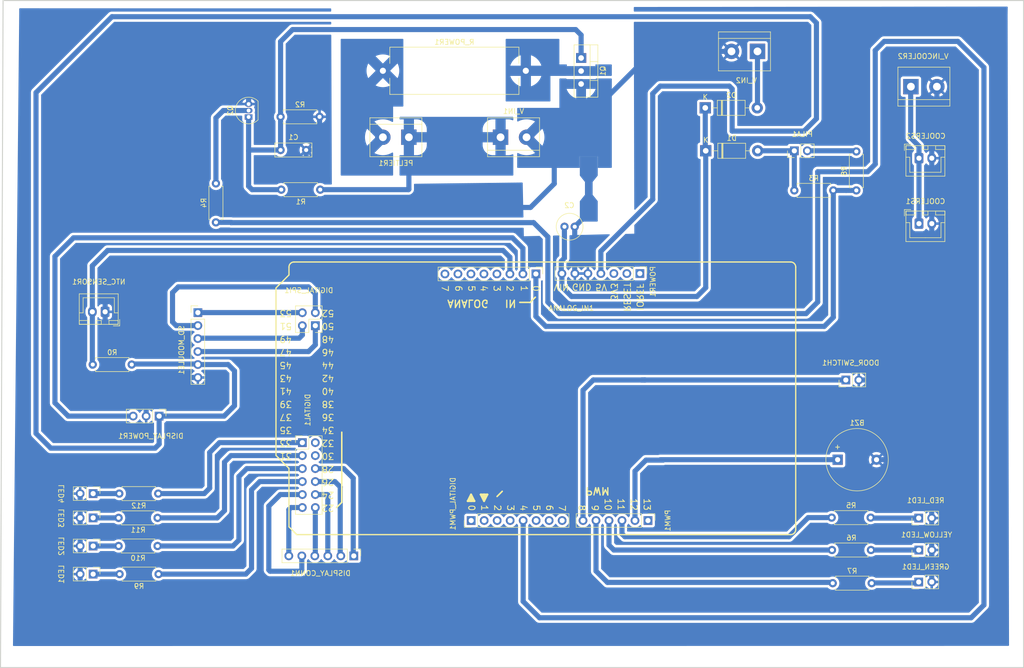
<source format=kicad_pcb>
(kicad_pcb (version 20241229) (generator "pcbnew") (generator_version "9.0")
  (layers (0 "F.Cu" signal) (2 "B.Cu" signal) (13 "F.Paste" user) (15 "B.Paste" user) (5 "F.SilkS" user "F.Silkscreen") (7 "B.SilkS" user "B.Silkscreen") (1 "F.Mask" user) (3 "B.Mask" user) (25 "Edge.Cuts" user))
  (net 0 "")
  (net 2 "GND")
  (net 3 "Net-(Q1-G)")
  (net 4 "+12V")
  (net 5 "/A0")
  (net 10 "Net-(GREEN_LED1-Pin_1)")
  (net 11 "Net-(PELTIER1-Pin_2)")
  (net 13 "Net-(Q1-D)")
  (net 14 "Net-(Q2-B)")
  (net 15 "+5V")
  (net 16 "Net-(RED_LED1-Pin_1)")
  (net 17 "Net-(YELLOW_LED1-Pin_1)")
  (net 19 "/22D")
  (net 20 "/23D")
  (net 23 "/50D")
  (net 24 "/51D")
  (net 25 "/53D")
  (net 26 "/52D")
  (net 29 "Net-(DOOR_SWITCH1-Pin_1)")
  (net 30 "/4_PWM")
  (net 31 "/9D")
  (net 32 "/13D")
  (net 33 "Vin")
  (net 40 "/12D")
  (net 41 "/10D")
  (net 42 "/11D")
  (net 43 "/+9V")
  (net 44 "Net-(DIGITAL1-Pin_10)")
  (net 45 "Net-(DIGITAL1-Pin_8)")
  (net 46 "/25D")
  (net 47 "/28D")
  (net 48 "GND1")
  (net 49 "/A2")
  (net 50 "/A1")
  (net 51 "Net-(LED1-Pin_1)")
  (net 52 "Net-(LED2-Pin_1)")
  (net 53 "Net-(LED3-Pin_1)")
  (net 54 "Net-(LED4-Pin_1)")
  (net 55 "/33D")
  (net 56 "/27D")
  (net 57 "/29D")
  (net 58 "/31D")
  (footprint "Connector_PinHeader_2.54mm:PinHeader_1x06_P2.54mm_Vertical" (layer "F.Cu") (at 99.06 133.65 -90)
    (property "Reference" "DISPLAY_CONN1")
    (property "Value" "Conn_01x06_Pin")
  )
  (footprint "Connector_PinHeader_2.54mm:PinHeader_2x02_P2.54mm_Vertical" (layer "F.Cu") (at 91.5404 88.6128 180)
    (property "Reference" "DIGITAL_SPI1")
    (property "Value" "Conn_02x02" (hide yes))
  )
  (footprint "Connector_PinHeader_2.54mm:PinHeader_1x02_P2.54mm_Vertical" (layer "F.Cu") (at 48.108 126.2128 -90)
    (property "Reference" "LED3")
    (property "Value" "Conn_01x02_Pin")
  )
  (footprint "Resistor_THT:R_Axial_DIN0207_L6.3mm_D2.5mm_P7.62mm_Horizontal" (layer "F.Cu") (at 192.54 132.5)
    (property "Reference" "R6")
    (property "Value" "150")
  )
  (footprint "Resistor_THT:R_Axial_DIN0207_L6.3mm_D2.5mm_P7.62mm_Horizontal" (layer "F.Cu") (at 185.179 62.15)
    (property "Reference" "R3")
    (property "Value" "1.8k")
  )
  (footprint "Resistor_THT:R_Axial_DIN0207_L6.3mm_D2.5mm_P7.62mm_Horizontal" (layer "F.Cu") (at 60.893 137.2128 180)
    (property "Reference" "R9")
    (property "Value" "270")
  )
  (footprint "Package_TO_SOT_THT:TO-220-3_Vertical" (layer "F.Cu") (at 143.5 36.25 -90)
    (property "Reference" "Q1")
    (property "Value" "IRLZ44N")
  )
  (footprint "Connector_JST:JST_XH_B2B-XH-A_1x02_P2.50mm_Vertical" (layer "F.Cu") (at 50.451 85.9 180)
    (property "Reference" "NTC_SENSOR1")
    (property "Value" "Conn_01x02_Pin")
  )
  (footprint "Buzzer_Beeper:Buzzer_12x9.5RM7.6" (layer "F.Cu") (at 193.6442 114.8334)
    (property "Reference" "BZ1")
    (property "Value" "Buzzer")
  )
  (footprint "Capacitor_THT:C_Radial_D5.0mm_H11.0mm_P2.00mm" (layer "F.Cu") (at 142.25 69.25 180)
    (property "Reference" "C2")
    (property "Value" "100uC")
  )
  (footprint "Connector_PinHeader_2.54mm:PinHeader_1x02_P2.54mm_Vertical" (layer "F.Cu") (at 48.108 131.7128 -90)
    (property "Reference" "LED2")
    (property "Value" "Conn_01x02_Pin")
  )
  (footprint "Connector_PinHeader_2.54mm:PinHeader_1x03_P2.54mm_Vertical" (layer "F.Cu") (at 61.0108 106.299 -90)
    (property "Reference" "DISPLAY_POWER1")
    (property "Value" "Conn_01x03_Pin")
  )
  (footprint "Diode_THT:D_DO-41_SOD81_P10.16mm_Horizontal" (layer "F.Cu") (at 167.859 54.4)
    (property "Reference" "D1")
    (property "Value" "1N4007")
  )
  (footprint "TerminalBlock:TerminalBlock_bornier-2_P5.08mm" (layer "F.Cu") (at 127.75 51.75)
    (property "Reference" "V_IN1")
    (property "Value" "Screw_Terminal_01x02")
  )
  (footprint "Diode_THT:D_DO-41_SOD81_P10.16mm_Horizontal" (layer "F.Cu") (at 167.769 46)
    (property "Reference" "D2")
    (property "Value" "1N4007")
  )
  (footprint "Connector_PinHeader_2.54mm:PinHeader_1x07_P2.54mm_Vertical" (layer "F.Cu") (at 154.9804 78.4128 -90)
    (property "Reference" "POWER1")
    (property "Value" "Conn_01x07_Pin" (hide yes))
  )
  (footprint "Connector_JST:JST_XH_B2B-XH-A_1x02_P2.50mm_Vertical" (layer "F.Cu") (at 209.549 68.65)
    (property "Reference" "COOLERS1")
    (property "Value" "Conn_01x02_Pin")
  )
  (footprint "TerminalBlock:TerminalBlock_bornier-2_P5.08mm" (layer "F.Cu") (at 109.83 51.75 180)
    (property "Reference" "PELTIER1")
    (property "Value" "Screw_Terminal_01x02")
  )
  (footprint "Resistor_THT:R_Axial_DIN0207_L6.3mm_D2.5mm_P7.62mm_Horizontal" (layer "F.Cu") (at 60.703 131.7128 180)
    (property "Reference" "R10")
    (property "Value" "270")
  )
  (footprint "Connector_PinHeader_2.54mm:PinHeader_1x02_P2.54mm_Vertical" (layer "F.Cu") (at 209.515 132.5 90)
    (property "Reference" "YELLOW_LED1")
    (property "Value" "Conn_01x02_Pin")
  )
  (footprint "TerminalBlock:TerminalBlock_bornier-2_P5.08mm" (layer "F.Cu") (at 177.9778 34.9504 180)
    (property "Reference" "V_IN2")
    (property "Value" "Screw_Terminal_01x02")
  )
  (footprint "Connector_PinHeader_2.54mm:PinHeader_1x02_P2.54mm_Vertical" (layer "F.Cu") (at 209.5 126.25 90)
    (property "Reference" "RED_LED1")
    (property "Value" "Conn_01x02_Pin")
  )
  (footprint "Connector_PinHeader_2.54mm:PinHeader_1x06_P2.54mm_Vertical" (layer "F.Cu") (at 156.571 126.73 -90)
    (property "Reference" "PWM1")
    (property "Value" "Conn_01x06_Pin")
  )
  (footprint "Resistor_THT:R_Axial_DIN0207_L6.3mm_D2.5mm_P7.62mm_Horizontal" (layer "F.Cu") (at 192.6844 138.9888)
    (property "Reference" "R7")
    (property "Value" "150")
  )
  (footprint "Connector_PinHeader_2.54mm:PinHeader_1x08_P2.54mm_Vertical" (layer "F.Cu") (at 122.011 126.73 90)
    (property "Reference" "DIGITAL_PWM1")
    (property "Value" "Conn_01x08_Pin" (hide yes))
  )
  (footprint "Connector_PinHeader_2.54mm:PinHeader_1x02_P2.54mm_Vertical" (layer "F.Cu") (at 48.108 121.4628 -90)
    (property "Reference" "LED4")
    (property "Value" "Conn_01x02_Pin")
  )
  (footprint "Connector_JST:JST_XH_B2B-XH-A_1x02_P2.50mm_Vertical" (layer "F.Cu") (at 209.549 55.85)
    (property "Reference" "COOLERS2")
    (property "Value" "Conn_01x02_Pin")
  )
  (footprint "Connector_PinHeader_2.54mm:PinHeader_1x02_P2.54mm_Vertical" (layer "F.Cu") (at 209.5 138.75 90)
    (property "Reference" "GREEN_LED1")
    (property "Value" "Conn_01x02_Pin")
  )
  (footprint "Resistor_THT:R_Axial_DIN0207_L6.3mm_D2.5mm_P7.62mm_Horizontal" (layer "F.Cu") (at 72.1106 68.4022 90)
    (property "Reference" "R4")
    (property "Value" "1k")
  )
  (footprint "Resistor_THT:R_Axial_Power_L25.0mm_W9.0mm_P27.94mm" (layer "F.Cu") (at 104.75 38.75)
    (property "Reference" "R_POWER1")
    (property "Value" "0.1 5W")
  )
  (footprint "TerminalBlock:TerminalBlock_bornier-2_P5.08mm" (layer "F.Cu") (at 207.969 41.85)
    (property "Reference" "V_INCOOLER2")
    (property "Value" "Screw_Terminal_01x02")
  )
  (footprint "Connector_PinHeader_2.54mm:PinHeader_1x02_P2.54mm_Vertical" (layer "F.Cu") (at 195.2448 99.2378 90)
    (property "Reference" "DOOR_SWITCH1")
    (property "Value" "Conn_01x02_Pin")
  )
  (footprint "Resistor_THT:R_Axial_DIN0207_L6.3mm_D2.5mm_P7.62mm_Horizontal" (layer "F.Cu") (at 60.833 121.4628 180)
    (property "Reference" "R12")
    (property "Value" "270")
  )
  (footprint "Connector_PinHeader_2.54mm:PinHeader_1x08_P2.54mm_Vertical" (layer "F.Cu") (at 134.661 78.494 -90)
    (property "Reference" "ANALOG_IN1")
    (property "Value" "Conn_01x08_Pin")
  )
  (footprint "Connector_PinHeader_2.54mm:PinHeader_1x02_P2.54mm_Vertical" (layer "F.Cu") (at 185.179 54.4 90)
    (property "Reference" "PILA1")
    (property "Value" "Conn_01x02_Pin")
  )
  (footprint "Resistor_THT:R_Axial_DIN0207_L6.3mm_D2.5mm_P7.62mm_Horizontal" (layer "F.Cu") (at 197.299 62.15 90)
    (property "Reference" "R8")
    (property "Value" "2.2K")
  )
  (footprint "Capacitor_THT:C_Rect_L7.0mm_W2.5mm_P5.00mm" (layer "F.Cu") (at 84.75 54.25)
    (property "Reference" "C1")
    (property "Value" "15nF")
  )
  (footprint "Resistor_THT:R_Axial_DIN0207_L6.3mm_D2.5mm_P7.62mm_Horizontal" (layer "F.Cu") (at 84.75 47.75)
    (property "Reference" "R2")
    (property "Value" "1k")
  )
  (footprint "Resistor_THT:R_Axial_DIN0207_L6.3mm_D2.5mm_P7.62mm_Horizontal" (layer "F.Cu") (at 192.4812 126.1618)
    (property "Reference" "R5")
    (property "Value" "1k")
  )
  (footprint "Package_TO_SOT_THT:TO-92_Inline" (layer "F.Cu") (at 78.5 47.79 90)
    (property "Reference" "Q2")
    (property "Value" "BC548")
  )
  (footprint "Connector_PinHeader_2.54mm:PinHeader_1x06_P2.54mm_Vertical" (layer "F.Cu") (at 68.58 86.0552)
    (property "Reference" "SD_MODULE1")
    (property "Value" "Conn_01x06_Pin")
  )
  (footprint "Connector_PinHeader_2.54mm:PinHeader_2x06_P2.54mm_Vertical" (layer "F.Cu") (at 89.0004 111.4928)
    (property "Reference" "DIGITAL1")
    (property "Value" "Conn_02x06")
  )
  (footprint "Resistor_THT:R_Axial_DIN0207_L6.3mm_D2.5mm_P7.62mm_Horizontal" (layer "F.Cu") (at 60.703 126.2128 180)
    (property "Reference" "R11")
    (property "Value" "270")
  )
  (footprint "Resistor_THT:R_Axial_DIN0207_L6.3mm_D2.5mm_P7.62mm_Horizontal" (layer "F.Cu") (at 48.0314 96.2152)
    (property "Reference" "R0")
    (property "Value" "10k")
  )
  (footprint "Connector_PinHeader_2.54mm:PinHeader_1x02_P2.54mm_Vertical" (layer "F.Cu") (at 48.108 137.2128 -90)
    (property "Reference" "LED1")
    (property "Value" "Conn_01x02_Pin")
  )
  (footprint "Resistor_THT:R_Axial_DIN0207_L6.3mm_D2.5mm_P7.62mm_Horizontal" (layer "F.Cu") (at 92.5 62 180)
    (property "Reference" "R1")
    (property "Value" "1200")
  )
  (gr_line (start 87.915 129.49) (end 86.391 127.966) (stroke (width 0.254)) (layer "F.SilkS"))
  (gr_line (start 96.7124 123.1708) (end 95.6964 124.1868) (stroke (width 0.3048)) (layer "F.SilkS"))
  (gr_line (start 124.5254 122.2818) (end 124.5254 121.6468) (stroke (width 0.4064)) (layer "F.SilkS"))
  (gr_line (start 184.451 129.49) (end 87.915 129.49) (stroke (width 0.254)) (layer "F.SilkS"))
  (gr_line (start 133.5424 84.0548) (end 134.5584 83.0388) (stroke (width 0.3048)) (layer "F.SilkS"))
  (gr_line (start 128.0814 121.0118) (end 127.0654 122.0278) (stroke (width 0.3048)) (layer "F.SilkS"))
  (gr_line (start 86.391 78.69) (end 86.391 77.15) (stroke (width 0.254)) (layer "F.SilkS"))
  (gr_line (start 86.391 116.536) (end 83.851 113.996) (stroke (width 0.254)) (layer "F.SilkS"))
  (gr_line (start 124.5254 121.6468) (end 123.8904 121.6468) (stroke (width 0.4064)) (layer "F.SilkS"))
  (gr_arc (start 185.451 128.49) (mid 185.158107 129.197107) (end 184.451 129.49) (stroke (width 0.254)) (layer "F.SilkS"))
  (gr_line (start 131.5104 84.0548) (end 133.5424 84.0548) (stroke (width 0.3048)) (layer "F.SilkS"))
  (gr_line (start 86.391 127.966) (end 86.391 116.536) (stroke (width 0.254)) (layer "F.SilkS"))
  (gr_line (start 124.5254 122.9168) (end 123.8904 121.6468) (stroke (width 0.4064)) (layer "F.SilkS"))
  (gr_line (start 122.6204 122.9168) (end 121.9854 122.2818) (stroke (width 0.4064)) (layer "F.SilkS"))
  (gr_line (start 121.9854 122.9168) (end 121.9854 122.2818) (stroke (width 0.4064)) (layer "F.SilkS"))
  (gr_line (start 122.6204 122.9168) (end 121.9854 122.9168) (stroke (width 0.4064)) (layer "F.SilkS"))
  (gr_line (start 83.851 81.23) (end 86.391 78.69) (stroke (width 0.254)) (layer "F.SilkS"))
  (gr_line (start 121.3504 122.9168) (end 121.9854 121.6468) (stroke (width 0.4064)) (layer "F.SilkS"))
  (gr_line (start 125.1604 121.6468) (end 124.5254 122.9168) (stroke (width 0.4064)) (layer "F.SilkS"))
  (gr_arc (start 184.451 76.15) (mid 185.158107 76.442893) (end 185.451 77.15) (stroke (width 0.254)) (layer "F.SilkS"))
  (gr_line (start 83.851 113.996) (end 83.851 81.23) (stroke (width 0.254)) (layer "F.SilkS"))
  (gr_line (start 121.9854 121.6468) (end 122.6204 122.9168) (stroke (width 0.4064)) (layer "F.SilkS"))
  (gr_line (start 185.451 77.15) (end 185.451 128.49) (stroke (width 0.254)) (layer "F.SilkS"))
  (gr_line (start 121.3504 122.9168) (end 121.9854 122.9168) (stroke (width 0.4064)) (layer "F.SilkS"))
  (gr_line (start 123.8904 121.6468) (end 124.5254 122.2818) (stroke (width 0.4064)) (layer "F.SilkS"))
  (gr_line (start 124.5254 121.6468) (end 125.1604 121.6468) (stroke (width 0.4064)) (layer "F.SilkS"))
  (gr_arc (start 86.391 77.15) (mid 86.683893 76.442893) (end 87.391 76.15) (stroke (width 0.254)) (layer "F.SilkS"))
  (gr_line (start 121.9854 122.2818) (end 121.3504 122.9168) (stroke (width 0.4064)) (layer "F.SilkS"))
  (gr_line (start 96.7124 109.4548) (end 96.7124 123.1708) (stroke (width 0.3048)) (layer "F.SilkS"))
  (gr_line (start 87.391 76.15) (end 184.451 76.15) (stroke (width 0.254)) (layer "F.SilkS"))
  (gr_line (start 125.1604 121.6468) (end 124.5254 122.2818) (stroke (width 0.4064)) (layer "F.SilkS"))
  (gr_line (start 230 25) (end 30.5 25) (stroke (width 0.2)) (layer "Edge.Cuts"))
  (gr_line (start 30.5 25.5) (end 30 155.5) (stroke (width 0.2)) (layer "Edge.Cuts"))
  (gr_line (start 30 155.5) (end 230 155.5) (stroke (width 0.2)) (layer "Edge.Cuts"))
  (gr_line (start 230 155.5) (end 230 25) (stroke (width 0.2)) (layer "Edge.Cuts"))
  (gr_line (start 30.5 25.5) (end 30.5 25) (stroke (width 0.2)) (layer "Edge.Cuts"))
  (gr_text "4" (at 123.7634 80.6258 270) (layer "F.SilkS") (effects (font (size 1.251712 1.251712) (thickness 0.170688)) (justify left bottom)))
  (gr_text "9" (at 145.4804 123.5518 270) (layer "F.SilkS") (effects (font (size 1.251712 1.251712) (thickness 0.170688)) (justify left bottom)))
  (gr_text "3" (at 128.9704 123.5518 270) (layer "F.SilkS") (effects (font (size 1.251712 1.251712) (thickness 0.170688)) (justify left bottom)))
  (gr_text "2" (at 128.8434 80.6258 270) (layer "F.SilkS") (effects (font (size 1.251712 1.251712) (thickness 0.170688)) (justify left bottom)))
  (gr_text "12" (at 153.1004 122.2818 270) (layer "F.SilkS") (effects (font (size 1.251712 1.251712) (thickness 0.170688)) (justify left bottom)))
  (gr_text "44" (at 95.3154 95.6118 180) (layer "F.SilkS") (effects (font (size 1.251712 1.251712) (thickness 0.170688)) (justify left bottom)))
  (gr_text "40" (at 95.3154 100.6918 180) (layer "F.SilkS") (effects (font (size 1.251712 1.251712) (thickness 0.170688)) (justify left bottom)))
  (gr_text "24" (at 95.3154 121.0118 180) (layer "F.SilkS") (effects (font (size 1.251712 1.251712) (thickness 0.170688)) (justify left bottom)))
  (gr_text "42" (at 95.3154 98.1518 180) (layer "F.SilkS") (effects (font (size 1.251712 1.251712) (thickness 0.170688)) (justify left bottom)))
  (gr_text "5" (at 134.0504 123.5518 270) (layer "F.SilkS") (effects (font (size 1.251712 1.251712) (thickness 0.170688)) (justify left bottom)))
  (gr_text "3V3" (at 149.1996 83.82 270) (layer "F.SilkS") (effects (font (size 1.251712 1.251712) (thickness 0.170688)) (justify left bottom mirror)))
  (gr_text "45" (at 87.0604 95.6118 180) (layer "F.SilkS") (effects (font (size 1.251712 1.251712) (thickness 0.170688)) (justify left bottom)))
  (gr_text "7" (at 139.0404 123.6128 270) (layer "F.SilkS") (effects (font (size 1.251712 1.251712) (thickness 0.170688)) (justify left bottom)))
  (gr_text "IOREF" (at 154.2542 85.7758 270) (layer "F.SilkS") (effects (font (size 1.251712 1.251712) (thickness 0.170688)) (justify left bottom mirror)))
  (gr_text "VIN" (at 138.0236 80.3656 180) (layer "F.SilkS") (effects (font (size 1.251712 1.251712) (thickness 0.170688)) (justify left bottom mirror)))
  (gr_text "31" (at 87.0604 113.3918 180) (layer "F.SilkS") (effects (font (size 1.251712 1.251712) (thickness 0.170688)) (justify left bottom)))
  (gr_text "GND" (at 141.605 80.2894 180) (layer "F.SilkS") (effects (font (size 1.251712 1.251712) (thickness 0.170688)) (justify left bottom mirror)))
  (gr_text "1" (at 131.6374 80.6258 270) (layer "F.SilkS") (effects (font (size 1.251712 1.251712) (thickness 0.170688)) (justify left bottom)))
  (gr_text "11" (at 150.5604 122.2818 270) (layer "F.SilkS") (effects (font (size 1.251712 1.251712) (thickness 0.170688)) (justify left bottom)))
  (gr_text "ANALOG   IN" (at 117.1956 83.439 180) (layer "F.SilkS") (effects (font (size 1.42494 1.42494) (thickness 0.25146)) (justify left bottom mirror)))
  (gr_text "53" (at 87.0604 85.4518 180) (layer "F.SilkS") (effects (font (size 1.251712 1.251712) (thickness 0.170688)) (justify left bottom)))
  (gr_text "41" (at 87.0604 100.6918 180) (layer "F.SilkS") (effects (font (size 1.251712 1.251712) (thickness 0.170688)) (justify left bottom)))
  (gr_text "50" (at 95.3154 87.9918 180) (layer "F.SilkS") (effects (font (size 1.251712 1.251712) (thickness 0.170688)) (justify left bottom)))
  (gr_text "32" (at 95.3154 110.8518 180) (layer "F.SilkS") (effects (font (size 1.251712 1.251712) (thickness 0.170688)) (justify left bottom)))
  (gr_text "47" (at 87.0604 93.0718 180) (layer "F.SilkS") (effects (font (size 1.251712 1.251712) (thickness 0.170688)) (justify left bottom)))
  (gr_text "5" (at 121.3504 80.6258 270) (layer "F.SilkS") (effects (font (size 1.251712 1.251712) (thickness 0.170688)) (justify left bottom)))
  (gr_text "37" (at 87.0604 105.7718 180) (layer "F.SilkS") (effects (font (size 1.251712 1.251712) (thickness 0.170688)) (justify left bottom)))
  (gr_text "30" (at 95.3154 113.3918 180) (layer "F.SilkS") (effects (font (size 1.251712 1.251712) (thickness 0.170688)) (justify left bottom)))
  (gr_text "6" (at 136.5904 123.5518 270) (layer "F.SilkS") (effects (font (size 1.251712 1.251712) (thickness 0.170688)) (justify left bottom)))
  (gr_text "34" (at 95.3154 108.3118 180) (layer "F.SilkS") (effects (font (size 1.251712 1.251712) (thickness 0.170688)) (justify left bottom)))
  (gr_text "13" (at 155.6404 122.2818 270) (layer "F.SilkS") (effects (font (size 1.251712 1.251712) (thickness 0.170688)) (justify left bottom)))
  (gr_text "5V" (at 146.177 80.3402 180) (layer "F.SilkS") (effects (font (size 1.251712 1.251712) (thickness 0.170688)) (justify left bottom mirror)))
  (gr_text "46" (at 95.3154 93.0718 180) (layer "F.SilkS") (effects (font (size 1.251712 1.251712) (thickness 0.170688)) (justify left bottom)))
  (gr_text "51" (at 87.0604 87.9918 180) (layer "F.SilkS") (effects (font (size 1.251712 1.251712) (thickness 0.170688)) (justify left bottom)))
  (gr_text "0" (at 121.3504 123.5518 270) (layer "F.SilkS") (effects (font (size 1.251712 1.251712) (thickness 0.170688)) (justify left bottom)))
  (gr_text "3" (at 126.3034 80.6258 270) (layer "F.SilkS") (effects (font (size 1.251712 1.251712) (thickness 0.170688)) (justify left bottom)))
  (gr_text "7" (at 116.1434 80.6258 270) (layer "F.SilkS") (effects (font (size 1.251712 1.251712) (thickness 0.170688)) (justify left bottom)))
  (gr_text "1" (at 123.8904 123.5518 270) (layer "F.SilkS") (effects (font (size 1.251712 1.251712) (thickness 0.170688)) (justify left bottom)))
  (gr_text "22" (at 95.3154 123.5518 180) (layer "F.SilkS") (effects (font (size 1.251712 1.251712) (thickness 0.170688)) (justify left bottom)))
  (gr_text "38" (at 95.3154 103.2318 180) (layer "F.SilkS") (effects (font (size 1.251712 1.251712) (thickness 0.170688)) (justify left bottom)))
  (gr_text "43" (at 87.0604 98.1518 180) (layer "F.SilkS") (effects (font (size 1.251712 1.251712) (thickness 0.170688)) (justify left bottom)))
  (gr_text "4" (at 131.5104 123.5518 270) (layer "F.SilkS") (effects (font (size 1.251712 1.251712) (thickness 0.170688)) (justify left bottom)))
  (gr_text "RESET" (at 151.7332 85.979 270) (layer "F.SilkS") (effects (font (size 1.251712 1.251712) (thickness 0.170688)) (justify left bottom mirror)))
  (gr_text "49" (at 87.0604 90.5318 180) (layer "F.SilkS") (effects (font (size 1.251712 1.251712) (thickness 0.170688)) (justify left bottom)))
  (gr_text "52" (at 95.3154 85.4518 180) (layer "F.SilkS") (effects (font (size 1.251712 1.251712) (thickness 0.170688)) (justify left bottom)))
  (gr_text "35" (at 87.0604 108.3118 180) (layer "F.SilkS") (effects (font (size 1.251712 1.251712) (thickness 0.170688)) (justify left bottom)))
  (gr_text "6" (at 118.8104 80.6258 270) (layer "F.SilkS") (effects (font (size 1.251712 1.251712) (thickness 0.170688)) (justify left bottom)))
  (gr_text "8" (at 142.9404 123.5518 270) (layer "F.SilkS") (effects (font (size 1.251712 1.251712) (thickness 0.170688)) (justify left bottom)))
  (gr_text "36" (at 95.3154 105.7718 180) (layer "F.SilkS") (effects (font (size 1.251712 1.251712) (thickness 0.170688)) (justify left bottom)))
  (gr_text "39" (at 87.0604 103.2318 180) (layer "F.SilkS") (effects (font (size 1.251712 1.251712) (thickness 0.170688)) (justify left bottom)))
  (gr_text "PWM" (at 144.2104 120.1228 180) (layer "F.SilkS") (effects (font (size 1.42494 1.42494) (thickness 0.25146)) (justify left bottom mirror)))
  (gr_text "0" (at 133.9234 80.6258 270) (layer "F.SilkS") (effects (font (size 1.251712 1.251712) (thickness 0.170688)) (justify left bottom)))
  (gr_text "28" (at 95.3154 115.9318 180) (layer "F.SilkS") (effects (font (size 1.251712 1.251712) (thickness 0.170688)) (justify left bottom)))
  (gr_text "33" (at 87.0604 110.8518 180) (layer "F.SilkS") (effects (font (size 1.251712 1.251712) (thickness 0.170688)) (justify left bottom)))
  (gr_text "10" (at 148.0204 122.2818 270) (layer "F.SilkS") (effects (font (size 1.251712 1.251712) (thickness 0.170688)) (justify left bottom)))
  (gr_text "26" (at 95.3154 118.4718 180) (layer "F.SilkS") (effects (font (size 1.251712 1.251712) (thickness 0.170688)) (justify left bottom)))
  (gr_text "2" (at 126.4304 123.5518 270) (layer "F.SilkS") (effects (font (size 1.251712 1.251712) (thickness 0.170688)) (justify left bottom)))
  (gr_text "48" (at 95.3154 90.5318 180) (layer "F.SilkS") (effects (font (size 1.251712 1.251712) (thickness 0.170688)) (justify left bottom)))
  (segment (start 50.451 85.9) (end 50.451 98.3554) (width 1) (layer "B.Cu") (net 2))
  (segment (start 212.049 68.65) (end 212.049 99.0894) (width 1) (layer "B.Cu") (net 2))
  (segment (start 70.3072 41.2496) (end 77.608428 41.2496) (width 1) (layer "B.Cu") (net 2))
  (segment (start 142.25 69.25) (end 142.25 78.3824) (width 1) (layer "B.Cu") (net 2))
  (segment (start 45.568 137.2128) (end 45.568 140.2084) (width 1) (layer "B.Cu") (net 2))
  (segment (start 212.0392 126.2492) (end 212.04 126.25) (width 1) (layer "B.Cu") (net 2))
  (segment (start 212.055 132.5) (end 212.055 134.735) (width 1) (layer "B.Cu") (net 2))
  (segment (start 107.7694 92.25) (end 211.9884 92.25) (width 1) (layer "B.Cu") (net 2))
  (segment (start 133.6044 65.4812) (end 89.6366 65.4812) (width 1) (layer "B.Cu") (net 2))
  (segment (start 107.7468 138.811) (end 107.7468 80.4968) (width 1) (layer "B.Cu") (net 2))
  (segment (start 107.7468 92.2274) (end 107.7694 92.25) (width 1) (layer "B.Cu") (net 2))
  (segment (start 212.04 126.25) (end 212.04 134.75) (width 1) (layer "B.Cu") (net 2))
  (segment (start 157.5496 34.9504) (end 148 44.5) (width 1) (layer "B.Cu") (net 2))
  (segment (start 212.055 134.735) (end 212.04 134.75) (width 1) (layer "B.Cu") (net 2))
  (segment (start 211.9884 99.15) (end 212.0392 99.15) (width 1) (layer "B.Cu") (net 2))
  (segment (start 212.049 53.2794) (end 213.049 52.2794) (width 1) (layer "B.Cu") (net 2))
  (segment (start 212.0392 114.8842) (end 212.0392 126.2492) (width 1) (layer "B.Cu") (net 2))
  (segment (start 46.5074 141.1478) (end 105.41 141.1478) (width 1) (layer "B.Cu") (net 2))
  (segment (start 45.568 121.4628) (end 45.568 126.2128) (width 1) (layer "B.Cu") (net 2))
  (segment (start 105.41 141.1478) (end 107.7468 138.811) (width 1) (layer "B.Cu") (net 2))
  (segment (start 211.9006 99.2378) (end 211.9884 99.15) (width 1) (layer "B.Cu") (net 2))
  (segment (start 50.451 98.3554) (end 50.8508 98.7552) (width 1) (layer "B.Cu") (net 2))
  (segment (start 212.04 134.75) (end 212.04 138.75) (width 1) (layer "B.Cu") (net 2))
  (segment (start 45.568 140.2084) (end 46.5074 141.1478) (width 1) (layer "B.Cu") (net 2))
  (segment (start 77.608428 41.2496) (end 78.5 42.141172) (width 1) (layer "B.Cu") (net 2))
  (segment (start 89.6366 65.4812) (end 69.4436 65.4812) (width 1) (layer "B.Cu") (net 2))
  (segment (start 142.25 78.3824) (end 142.2804 78.4128) (width 1) (layer "B.Cu") (net 2))
  (segment (start 138.25 60.8356) (end 133.6044 65.4812) (width 1) (layer "B.Cu") (net 2))
  (segment (start 58.4454 98.7552) (end 58.42 98.7806) (width 1) (layer "B.Cu") (net 2))
  (segment (start 92.25 54.25) (end 89.75 54.25) (width 1) (layer "B.Cu") (net 2))
  (segment (start 52.6266 77.65) (end 106.9362 77.65) (width 1) (layer "B.Cu") (net 2))
  (segment (start 107.7468 80.4968) (end 107.7468 92.2274) (width 1) (layer "B.Cu") (net 2))
  (segment (start 106.9362 77.65) (end 107.7468 78.4606) (width 1) (layer "B.Cu") (net 2))
  (segment (start 172.1204 34.9504) (end 157.5496 34.9504) (width 1) (layer "B.Cu") (net 2))
  (segment (start 67.8434 63.881) (end 67.8434 43.7134) (width 1) (layer "B.Cu") (net 2))
  (segment (start 78.5 42.141172) (end 78.5 45.25) (width 1) (layer "B.Cu") (net 2))
  (segment (start 212.049 55.85) (end 212.049 53.2794) (width 1) (layer "B.Cu") (net 2))
  (segment (start 212.0392 99.15) (end 212.0392 114.8842) (width 1) (layer "B.Cu") (net 2))
  (segment (start 50.8508 98.7552) (end 68.58 98.7552) (width 1) (layer "B.Cu") (net 2))
  (segment (start 68.58 98.7552) (end 58.4454 98.7552) (width 1) (layer "B.Cu") (net 2))
  (segment (start 213.049 52.2794) (end 213.049 41.85) (width 1) (layer "B.Cu") (net 2))
  (segment (start 69.4436 65.4812) (end 67.8434 63.881) (width 1) (layer "B.Cu") (net 2))
  (segment (start 50.451 85.9) (end 50.451 79.8256) (width 1) (layer "B.Cu") (net 2))
  (segment (start 107.7468 78.4606) (end 107.7468 80.4968) (width 1) (layer "B.Cu") (net 2))
  (segment (start 211.9884 92.25) (end 211.9884 75.75) (width 1) (layer "B.Cu") (net 2))
  (segment (start 172.17 35) (end 172.1204 34.9504) (width 1) (layer "B.Cu") (net 2))
  (segment (start 58.4708 98.8314) (end 58.42 98.7806) (width 1) (layer "B.Cu") (net 2))
  (segment (start 213.049 41.66) (end 213.049 41.85) (width 1) (layer "B.Cu") (net 2))
  (segment (start 138.25 57) (end 138.25 60.8356) (width 1) (layer "B.Cu") (net 2))
  (segment (start 144.5 65.5) (end 144.5 65.75) (width 1) (layer "B.Cu") (net 2))
  (segment (start 45.568 137.2128) (end 45.568 131.7128) (width 1) (layer "B.Cu") (net 2))
  (segment (start 45.568 131.7128) (end 45.568 126.2128) (width 1) (layer "B.Cu") (net 2))
  (segment (start 212.049 68.65) (end 212.049 55.85) (width 1) (layer "B.Cu") (net 2))
  (segment (start 89.75 54.25) (end 89.75 65.3678) (width 1) (layer "B.Cu") (net 2))
  (segment (start 197.7848 99.2378) (end 211.9006 99.2378) (width 1) (layer "B.Cu") (net 2))
  (segment (start 201.2442 114.8334) (end 211.9884 114.8334) (width 1) (layer "B.Cu") (net 2))
  (segment (start 144.5 67) (end 144.5 65.5) (width 1) (layer "B.Cu") (net 2))
  (segment (start 212.049 99.0894) (end 211.9884 99.15) (width 1) (layer "B.Cu") (net 2))
  (segment (start 92.37 54.13) (end 92.25 54.25) (width 1) (layer "B.Cu") (net 2))
  (segment (start 142.25 69.25) (end 144.5 67) (width 1) (layer "B.Cu") (net 2))
  (segment (start 67.8434 43.7134) (end 70.3072 41.2496) (width 1) (layer "B.Cu") (net 2))
  (segment (start 58.4708 106.299) (end 58.4708 98.8314) (width 1) (layer "B.Cu") (net 2))
  (segment (start 211.9884 114.8334) (end 212.0392 114.8842) (width 1) (layer "B.Cu") (net 2))
  (segment (start 92.37 47.75) (end 92.37 54.13) (width 1) (layer "B.Cu") (net 2))
  (segment (start 50.451 79.8256) (end 52.6266 77.65) (width 1) (layer "B.Cu") (net 2))
  (segment (start 89.75 65.3678) (end 89.6366 65.4812) (width 1) (layer "B.Cu") (net 2))
  (segment (start 78.5 54.4068) (end 78.5 61.3296) (width 1) (layer "B.Cu") (net 3))
  (segment (start 143.5 36.25) (end 143.5 31.75) (width 1) (layer "B.Cu") (net 3))
  (segment (start 78.5 61.3296) (end 79.1704 62) (width 1) (layer "B.Cu") (net 3))
  (segment (start 142.4332 30.6832) (end 87.0966 30.6832) (width 1) (layer "B.Cu") (net 3))
  (segment (start 78.5 47.79) (end 78.5 54.4068) (width 1) (layer "B.Cu") (net 3))
  (segment (start 84.75 33.0298) (end 84.75 47.75) (width 1) (layer "B.Cu") (net 3))
  (segment (start 78.6568 54.25) (end 78.5 54.4068) (width 1) (layer "B.Cu") (net 3))
  (segment (start 84.75 47.75) (end 84.75 54.25) (width 1) (layer "B.Cu") (net 3))
  (segment (start 79.1704 62) (end 84.88 62) (width 1) (layer "B.Cu") (net 3))
  (segment (start 143.5 31.75) (end 142.4332 30.6832) (width 1) (layer "B.Cu") (net 3))
  (segment (start 87.0966 30.6832) (end 84.75 33.0298) (width 1) (layer "B.Cu") (net 3))
  (segment (start 84.75 54.25) (end 78.6568 54.25) (width 1) (layer "B.Cu") (net 3))
  (segment (start 109.75 62) (end 109.83 61.92) (width 1) (layer "B.Cu") (net 4))
  (segment (start 209.549 68.65) (end 209.549 55.85) (width 1) (layer "B.Cu") (net 4))
  (segment (start 209.549 53.4914) (end 207.9244 51.8668) (width 1) (layer "B.Cu") (net 4))
  (segment (start 109.83 61.92) (end 109.83 51.75) (width 1) (layer "B.Cu") (net 4))
  (segment (start 209.549 55.85) (end 209.549 53.4914) (width 1) (layer "B.Cu") (net 4))
  (segment (start 177.9778 34.9504) (end 177.9778 45.9512) (width 1) (layer "B.Cu") (net 4))
  (segment (start 207.9244 51.8668) (end 207.9244 41.8946) (width 1) (layer "B.Cu") (net 4))
  (segment (start 92.5 62) (end 109.75 62) (width 1) (layer "B.Cu") (net 4))
  (segment (start 177.9778 45.9512) (end 177.929 46) (width 1) (layer "B.Cu") (net 4))
  (segment (start 207.9244 41.8946) (end 207.969 41.85) (width 1) (layer "B.Cu") (net 4))
  (segment (start 134.661 86.8074) (end 136.6036 88.75) (width 1) (layer "B.Cu") (net 5))
  (segment (start 195.299 62.15) (end 197.299 62.15) (width 1) (layer "B.Cu") (net 5))
  (segment (start 192.799 86.982) (end 192.799 62.15) (width 1) (layer "B.Cu") (net 5))
  (segment (start 136.6036 88.75) (end 191.031 88.75) (width 1) (layer "B.Cu") (net 5))
  (segment (start 134.661 78.494) (end 134.661 86.8074) (width 1) (layer "B.Cu") (net 5))
  (segment (start 191.031 88.75) (end 192.799 86.982) (width 1) (layer "B.Cu") (net 5))
  (segment (start 192.799 62.15) (end 195.299 62.15) (width 1) (layer "B.Cu") (net 5))
  (segment (start 200.3044 138.9888) (end 200.3552 138.938) (width 1) (layer "B.Cu") (net 10))
  (segment (start 209.312 138.938) (end 209.5 138.75) (width 1) (layer "B.Cu") (net 10))
  (segment (start 200.3552 138.938) (end 209.312 138.938) (width 1) (layer "B.Cu") (net 10))
  (segment (start 72.1106 47.9678) (end 73.5584 46.52) (width 1) (layer "B.Cu") (net 14))
  (segment (start 78.5 46.52) (end 73.5584 46.52) (width 1) (layer "B.Cu") (net 14))
  (segment (start 72.1106 60.7822) (end 72.1106 47.9678) (width 1) (layer "B.Cu") (net 14))
  (segment (start 36.938794 109.684394) (end 36.938794 43.020406) (width 1) (layer "B.Cu") (net 15))
  (segment (start 68.4784 96.1136) (end 68.58 96.2152) (width 1) (layer "B.Cu") (net 15))
  (segment (start 75.5018 104.508) (end 73.7108 106.299) (width 1) (layer "B.Cu") (net 15))
  (segment (start 39.8272 112.5728) (end 36.938794 109.684394) (width 1) (layer "B.Cu") (net 15))
  (segment (start 56.0324 96.1136) (end 68.4784 96.1136) (width 1) (layer "B.Cu") (net 15))
  (segment (start 189.5 29.3784) (end 189.5 48.117) (width 1) (layer "B.Cu") (net 15))
  (segment (start 60.2234 112.5728) (end 39.8272 112.5728) (width 1) (layer "B.Cu") (net 15))
  (segment (start 189.5 48.117) (end 187.071 50.546) (width 1) (layer "B.Cu") (net 15))
  (segment (start 173.0248 50.546) (end 173.0248 42.291) (width 1) (layer "B.Cu") (net 15))
  (segment (start 147.3604 74.0514) (end 147.3604 78.4128) (width 1) (layer "B.Cu") (net 15))
  (segment (start 68.58 96.2152) (end 74.4982 96.2152) (width 1) (layer "B.Cu") (net 15))
  (segment (start 173.0248 42.291) (end 172.4838 41.75) (width 1) (layer "B.Cu") (net 15))
  (segment (start 75.7428 97.4598) (end 75.7428 104.267) (width 1) (layer "B.Cu") (net 15))
  (segment (start 51.7906 28.1686) (end 188.2902 28.1686) (width 1) (layer "B.Cu") (net 15))
  (segment (start 74.4982 96.2152) (end 75.7428 97.4598) (width 1) (layer "B.Cu") (net 15))
  (segment (start 73.7108 106.299) (end 61.0108 106.299) (width 1) (layer "B.Cu") (net 15))
  (segment (start 36.938794 43.020406) (end 51.7906 28.1686) (width 1) (layer "B.Cu") (net 15))
  (segment (start 157.5 43.2108) (end 157.5 63.9118) (width 1) (layer "B.Cu") (net 15))
  (segment (start 158.9608 41.75) (end 157.5 43.2108) (width 1) (layer "B.Cu") (net 15))
  (segment (start 157.5 63.9118) (end 147.3604 74.0514) (width 1) (layer "B.Cu") (net 15))
  (segment (start 55.626 96.52) (end 56.0324 96.1136) (width 1) (layer "B.Cu") (net 15))
  (segment (start 172.4838 41.75) (end 158.9608 41.75) (width 1) (layer "B.Cu") (net 15))
  (segment (start 61.0108 106.299) (end 61.0108 111.7854) (width 1) (layer "B.Cu") (net 15))
  (segment (start 187.071 50.546) (end 173.0248 50.546) (width 1) (layer "B.Cu") (net 15))
  (segment (start 75.7428 104.267) (end 75.1332 104.8766) (width 1) (layer "B.Cu") (net 15))
  (segment (start 188.2902 28.1686) (end 189.5 29.3784) (width 1) (layer "B.Cu") (net 15))
  (segment (start 61.0108 111.7854) (end 60.2234 112.5728) (width 1) (layer "B.Cu") (net 15))
  (segment (start 209.5 126.25) (end 200.1894 126.25) (width 1) (layer "B.Cu") (net 16))
  (segment (start 200.1894 126.25) (end 200.1012 126.1618) (width 1) (layer "B.Cu") (net 16))
  (segment (start 209.4118 126.1618) (end 209.5 126.25) (width 1) (layer "B.Cu") (net 16))
  (segment (start 200.16 132.5) (end 209.515 132.5) (width 1) (layer "B.Cu") (net 17))
  (segment (start 91.5404 124.1928) (end 91.5404 133.4406) (width 1) (layer "B.Cu") (net 19))
  (segment (start 91.5404 133.4406) (end 91.331 133.65) (width 1) (layer "B.Cu") (net 19))
  (segment (start 86.36 133.541) (end 86.251 133.65) (width 1) (layer "B.Cu") (net 20))
  (segment (start 89.0004 124.1928) (end 86.7796 124.1928) (width 1) (layer "B.Cu") (net 20))
  (segment (start 86.7796 124.1928) (end 86.36 124.6124) (width 1) (layer "B.Cu") (net 20))
  (segment (start 86.36 124.6124) (end 86.36 133.541) (width 1) (layer "B.Cu") (net 20))
  (segment (start 90.2208 93.6752) (end 91.5404 92.3556) (width 1) (layer "B.Cu") (net 23))
  (segment (start 68.58 93.6752) (end 90.2208 93.6752) (width 1) (layer "B.Cu") (net 23))
  (segment (start 91.5404 92.3556) (end 91.5404 88.6128) (width 1) (layer "B.Cu") (net 23))
  (segment (start 68.58 91.1352) (end 68.6562 91.059) (width 1) (layer "B.Cu") (net 24))
  (segment (start 88.392 91.059) (end 89.0004 90.4506) (width 1) (layer "B.Cu") (net 24))
  (segment (start 89.0004 90.4506) (end 89.0004 88.6128) (width 1) (layer "B.Cu") (net 24))
  (segment (start 68.6562 91.059) (end 88.392 91.059) (width 1) (layer "B.Cu") (net 24))
  (segment (start 88.9176 88.53) (end 89.0004 88.6128) (width 1) (layer "B.Cu") (net 24))
  (segment (start 68.6894 86.0552) (end 68.6718 86.0728) (width 1) (layer "B.Cu") (net 25))
  (segment (start 68.8008 86.276) (end 68.58 86.0552) (width 1) (layer "B.Cu") (net 25))
  (segment (start 88.9828 86.0552) (end 68.6894 86.0552) (width 1) (layer "B.Cu") (net 25))
  (segment (start 89.0004 86.0728) (end 88.9828 86.0552) (width 1) (layer "B.Cu") (net 25))
  (segment (start 63.627 87.884) (end 63.627 82.1436) (width 1) (layer "B.Cu") (net 26))
  (segment (start 90.1954 81.026) (end 91.5404 82.371) (width 1) (layer "B.Cu") (net 26))
  (segment (start 91.5404 82.371) (end 91.5404 86.0728) (width 1) (layer "B.Cu") (net 26))
  (segment (start 64.3382 88.5952) (end 63.627 87.884) (width 1) (layer "B.Cu") (net 26))
  (segment (start 63.627 82.1436) (end 64.7446 81.026) (width 1) (layer "B.Cu") (net 26))
  (segment (start 64.7446 81.026) (end 90.1954 81.026) (width 1) (layer "B.Cu") (net 26))
  (segment (start 68.58 88.5952) (end 64.3382 88.5952) (width 1) (layer "B.Cu") (net 26))
  (segment (start 143.871 101.239) (end 145.8722 99.2378) (width 1) (layer "B.Cu") (net 29))
  (segment (start 143.871 126.73) (end 143.871 101.239) (width 1) (layer "B.Cu") (net 29))
  (segment (start 155.9814 99.2378) (end 155.3464 99.2378) (width 1) (layer "B.Cu") (net 29))
  (segment (start 195.2448 99.2378) (end 155.9814 99.2378) (width 1) (layer "B.Cu") (net 29))
  (segment (start 145.8722 99.2378) (end 155.9814 99.2378) (width 1) (layer "B.Cu") (net 29))
  (segment (start 137 84) (end 139.25 86.25) (width 1) (layer "B.Cu") (net 30))
  (segment (start 187.4858 86.25) (end 189.75 83.9858) (width 1) (layer "B.Cu") (net 30))
  (segment (start 75.0522 68.4022) (end 75.103 68.453) (width 1) (layer "B.Cu") (net 30))
  (segment (start 189.75 83.9858) (end 189.75 58.5) (width 1) (layer "B.Cu") (net 30))
  (segment (start 139.25 86.25) (end 187.4858 86.25) (width 1) (layer "B.Cu") (net 30))
  (segment (start 199.5132 58.5) (end 201 57.0132) (width 1) (layer "B.Cu") (net 30))
  (segment (start 217.15 33) (end 222.25 38.1) (width 1) (layer "B.Cu") (net 30))
  (segment (start 75.103 68.453) (end 134.2136 68.453) (width 1) (layer "B.Cu") (net 30))
  (segment (start 132.171 142.5596) (end 132.171 126.73) (width 1) (layer "B.Cu") (net 30))
  (segment (start 201 57.0132) (end 201 34.75) (width 1) (layer "B.Cu") (net 30))
  (segment (start 135.3614 145.75) (end 132.171 142.5596) (width 1) (layer "B.Cu") (net 30))
  (segment (start 219.75 145.75) (end 135.3614 145.75) (width 1) (layer "B.Cu") (net 30))
  (segment (start 72.1106 68.4022) (end 75.0522 68.4022) (width 1) (layer "B.Cu") (net 30))
  (segment (start 222.25 143.25) (end 219.75 145.75) (width 1) (layer "B.Cu") (net 30))
  (segment (start 134.2136 68.453) (end 137 71.2394) (width 1) (layer "B.Cu") (net 30))
  (segment (start 137 71.2394) (end 137 84) (width 1) (layer "B.Cu") (net 30))
  (segment (start 201 34.75) (end 202.75 33) (width 1) (layer "B.Cu") (net 30))
  (segment (start 202.75 33) (end 217.15 33) (width 1) (layer "B.Cu") (net 30))
  (segment (start 189.75 58.5) (end 199.5132 58.5) (width 1) (layer "B.Cu") (net 30))
  (segment (start 222.25 38.1) (end 222.25 143.25) (width 1) (layer "B.Cu") (net 30))
  (segment (start 148.6408 138.8364) (end 192.54 138.8364) (width 1) (layer "B.Cu") (net 31))
  (segment (start 146.411 126.73) (end 146.411 136.6066) (width 1) (layer "B.Cu") (net 31))
  (segment (start 146.411 136.6066) (end 148.6408 138.8364) (width 1) (layer "B.Cu") (net 31))
  (segment (start 166.147 82.9) (end 141.6248 82.9) (width 1) (layer "B.Cu") (net 33))
  (segment (start 139.6238 75.9968) (end 139.6238 78.2962) (width 1) (layer "B.Cu") (net 33))
  (segment (start 139.6238 78.2962) (end 139.7404 78.4128) (width 1) (layer "B.Cu") (net 33))
  (segment (start 139.7404 81.0156) (end 139.7404 78.4128) (width 1) (layer "B.Cu") (net 33))
  (segment (start 141.6248 82.9) (end 139.7404 81.0156) (width 1) (layer "B.Cu") (net 33))
  (segment (start 140.25 69.25) (end 140.2334 69.2666) (width 1) (layer "B.Cu") (net 33))
  (segment (start 167.859 54.4) (end 167.859 81.188) (width 1) (layer "B.Cu") (net 33))
  (segment (start 140.2334 69.2666) (end 140.2334 75.3872) (width 1) (layer "B.Cu") (net 33))
  (segment (start 167.769 54.31) (end 167.859 54.4) (width 1) (layer "B.Cu") (net 33))
  (segment (start 167.859 81.188) (end 166.147 82.9) (width 1) (layer "B.Cu") (net 33))
  (segment (start 167.769 46) (end 167.769 54.31) (width 1) (layer "B.Cu") (net 33))
  (segment (start 140.2334 75.3872) (end 139.6238 75.9968) (width 1) (layer "B.Cu") (net 33))
  (segment (start 159.512 114.9096) (end 159.5882 114.8334) (width 1) (layer "B.Cu") (net 40))
  (segment (start 154.031 117.0632) (end 156.1846 114.9096) (width 1) (layer "B.Cu") (net 40))
  (segment (start 159.004 114.8334) (end 159.5882 114.8334) (width 1) (layer "B.Cu") (net 40))
  (segment (start 154.031 126.73) (end 154.031 117.0632) (width 1) (layer "B.Cu") (net 40))
  (segment (start 159.5882 114.8334) (end 193.6442 114.8334) (width 1) (layer "B.Cu") (net 40))
  (segment (start 156.1846 114.9096) (end 159.512 114.9096) (width 1) (layer "B.Cu") (net 40))
  (segment (start 149.9035 132.5) (end 148.951 131.5475) (width 1) (layer "B.Cu") (net 41))
  (segment (start 149.9035 132.5) (end 192.54 132.5) (width 1) (layer "B.Cu") (net 41))
  (segment (start 148.951 126.73) (end 148.951 131.5475) (width 1) (layer "B.Cu") (net 41))
  (segment (start 151.491 129.342) (end 152.049 129.9) (width 1) (layer "B.Cu") (net 42))
  (segment (start 187.8838 126.1618) (end 192.4812 126.1618) (width 1) (layer "B.Cu") (net 42))
  (segment (start 151.491 126.73) (end 151.491 129.342) (width 1) (layer "B.Cu") (net 42))
  (segment (start 152.049 129.9) (end 184.1456 129.9) (width 1) (layer "B.Cu") (net 42))
  (segment (start 184.1456 129.9) (end 187.8838 126.1618) (width 1) (layer "B.Cu") (net 42))
  (segment (start 185.179 62.15) (end 185.179 54.4) (width 1) (layer "B.Cu") (net 43))
  (segment (start 178.019 54.4) (end 185.179 54.4) (width 1) (layer "B.Cu") (net 43))
  (segment (start 91.5404 121.6528) (end 91.5404 121.9194) (width 1) (layer "F.Cu") (net 44))
  (segment (start 93.98 121.73) (end 93.98 133.541) (width 1) (layer "B.Cu") (net 44))
  (segment (start 91.5404 121.6528) (end 93.9028 121.6528) (width 1) (layer "B.Cu") (net 44))
  (segment (start 93.98 133.541) (end 93.871 133.65) (width 1) (layer "B.Cu") (net 44))
  (segment (start 93.9028 121.6528) (end 93.98 121.73) (width 1) (layer "B.Cu") (net 44))
  (segment (start 95.3628 119.1128) (end 96.411 120.161) (width 1) (layer "B.Cu") (net 45))
  (segment (start 96.411 120.161) (end 96.411 133.65) (width 1) (layer "B.Cu") (net 45))
  (segment (start 91.5404 119.1128) (end 95.3628 119.1128) (width 1) (layer "B.Cu") (net 45))
  (segment (start 88.791 133.65) (end 88.9 133.759) (width 1) (layer "B.Cu") (net 46))
  (segment (start 82.451 136.4) (end 82.451 123.8986) (width 1) (layer "B.Cu") (net 46))
  (segment (start 82.451 123.8986) (end 84.6968 121.6528) (width 1) (layer "B.Cu") (net 46))
  (segment (start 88.9 136.451) (end 88.701 136.65) (width 1) (layer "B.Cu") (net 46))
  (segment (start 82.701 136.65) (end 82.451 136.4) (width 1) (layer "B.Cu") (net 46))
  (segment (start 88.701 136.65) (end 82.701 136.65) (width 1) (layer "B.Cu") (net 46))
  (segment (start 84.6968 121.6528) (end 89.0004 121.6528) (width 1) (layer "B.Cu") (net 46))
  (segment (start 88.9 133.759) (end 88.9 136.451) (width 1) (layer "B.Cu") (net 46))
  (segment (start 97.0728 116.5728) (end 91.5404 116.5728) (width 1) (layer "B.Cu") (net 47))
  (segment (start 98.951 118.451) (end 97.0728 116.5728) (width 1) (layer "B.Cu") (net 47))
  (segment (start 98.951 133.65) (end 98.951 118.451) (width 1) (layer "B.Cu") (net 47))
  (segment (start 197.169 54.4) (end 197.299 54.53) (width 1) (layer "B.Cu") (net 48))
  (segment (start 187.719 54.4) (end 197.169 54.4) (width 1) (layer "B.Cu") (net 48))
  (segment (start 129.581 78.494) (end 129.581 75.225) (width 1) (layer "B.Cu") (net 49))
  (segment (start 50.9524 73.8886) (end 47.951 76.89) (width 1) (layer "B.Cu") (net 49))
  (segment (start 128.2446 73.8886) (end 50.9524 73.8886) (width 1) (layer "B.Cu") (net 49))
  (segment (start 47.951 96.448) (end 47.879 96.52) (width 1) (layer "B.Cu") (net 49))
  (segment (start 47.951 76.89) (end 47.951 85.9) (width 1) (layer "B.Cu") (net 49))
  (segment (start 129.581 75.225) (end 128.2446 73.8886) (width 1) (layer "B.Cu") (net 49))
  (segment (start 47.951 85) (end 47.951 96.448) (width 1) (layer "B.Cu") (net 49))
  (segment (start 43.2308 106.299) (end 55.9308 106.299) (width 1) (layer "B.Cu") (net 50))
  (segment (start 40.64 75.059) (end 40.64 103.7082) (width 1) (layer "B.Cu") (net 50))
  (segment (start 132.121 78.494) (end 132.121 73.4724) (width 1) (layer "B.Cu") (net 50))
  (segment (start 44.2742 71.4248) (end 40.64 75.059) (width 1) (layer "B.Cu") (net 50))
  (segment (start 130.0734 71.4248) (end 44.2742 71.4248) (width 1) (layer "B.Cu") (net 50))
  (segment (start 132.121 73.4724) (end 130.0734 71.4248) (width 1) (layer "B.Cu") (net 50))
  (segment (start 40.64 103.7082) (end 43.2308 106.299) (width 1) (layer "B.Cu") (net 50))
  (segment (start 48.108 137.2128) (end 53.273 137.2128) (width 1) (layer "B.Cu") (net 51))
  (segment (start 48.108 131.7128) (end 53.083 131.7128) (width 1) (layer "B.Cu") (net 52))
  (segment (start 48.108 126.2128) (end 53.083 126.2128) (width 1) (layer "B.Cu") (net 53))
  (segment (start 52.833 126.2128) (end 53.083 126.4628) (width 1) (layer "B.Cu") (net 53))
  (segment (start 48.108 121.4628) (end 53.213 121.4628) (width 1) (layer "B.Cu") (net 54))
  (segment (start 60.833 121.4628) (end 69.8246 121.4628) (width 1) (layer "B.Cu") (net 55))
  (segment (start 69.8246 121.4628) (end 70.8914 120.396) (width 1) (layer "B.Cu") (net 55))
  (segment (start 70.8914 113.411) (end 72.8096 111.4928) (width 1) (layer "B.Cu") (net 55))
  (segment (start 70.8914 120.396) (end 70.8914 113.411) (width 1) (layer "B.Cu") (net 55))
  (segment (start 72.8096 111.4928) (end 89.0004 111.4928) (width 1) (layer "B.Cu") (net 55))
  (segment (start 77.9506 137.2128) (end 79.0702 136.0932) (width 1) (layer "B.Cu") (net 56))
  (segment (start 80.6836 119.1128) (end 89.0004 119.1128) (width 1) (layer "B.Cu") (net 56))
  (segment (start 79.0702 136.0932) (end 79.0702 120.7262) (width 1) (layer "B.Cu") (net 56))
  (segment (start 60.893 137.2128) (end 77.9506 137.2128) (width 1) (layer "B.Cu") (net 56))
  (segment (start 79.0702 120.7262) (end 80.6836 119.1128) (width 1) (layer "B.Cu") (net 56))
  (segment (start 75.4496 131.7128) (end 60.703 131.7128) (width 1) (layer "B.Cu") (net 57))
  (segment (start 78.1436 116.5728) (end 76.6064 118.11) (width 1) (layer "B.Cu") (net 57))
  (segment (start 89.0004 116.5728) (end 78.1436 116.5728) (width 1) (layer "B.Cu") (net 57))
  (segment (start 76.6064 130.556) (end 75.4496 131.7128) (width 1) (layer "B.Cu") (net 57))
  (segment (start 76.6064 118.11) (end 76.6064 130.556) (width 1) (layer "B.Cu") (net 57))
  (segment (start 89.0004 114.0328) (end 75.0448 114.0328) (width 1) (layer "B.Cu") (net 58))
  (segment (start 73.787 115.2906) (end 73.787 124.7902) (width 1) (layer "B.Cu") (net 58))
  (segment (start 73.787 124.7902) (end 72.3644 126.2128) (width 1) (layer "B.Cu") (net 58))
  (segment (start 72.3644 126.2128) (end 60.703 126.2128) (width 1) (layer "B.Cu") (net 58))
  (segment (start 75.0448 114.0328) (end 73.787 115.2906) (width 1) (layer "B.Cu") (net 58))
  (zone (net 2) (net_name "GND") (layer "B.Cu") (priority 2) (connect_pads (clearance 0.5)) (min_thickness 0.25) (fill yes (thermal_gap 2) (thermal_bridge_width 2) (island_removal_mode 1) (island_area_min 10))
    (polygon (pts (xy 149.5 40.25) (xy 149.5 57.75) (xy 131 57.75) (xy 131 46) (xy 139.25 46) (xy 139.25 40.25)))
  )
  (zone (net 13) (net_name "Net-(Q1-D)") (layer "B.Cu") (priority 3) (connect_pads (clearance 0.5)) (min_thickness 0.25) (fill yes (thermal_gap 2) (thermal_bridge_width 2) (island_removal_mode 1) (island_area_min 10))
    (polygon (pts (xy 149.5 37.5) (xy 139.25 37.5) (xy 139.25 32.5) (xy 128.75 32.5) (xy 128.75 44.75) (xy 137.5 44.75) (xy 137.5 39.75) (xy 149.5 39.75)))
  )
  (zone (net 4) (net_name "+12V") (layer "B.Cu") (connect_pads (clearance 0.5)) (min_thickness 0.25) (fill yes (thermal_gap 2) (thermal_bridge_width 2) (island_removal_mode 1) (island_area_min 10))
    (polygon (pts (xy 130.25 47.75) (xy 108 47.75) (xy 108 59.25) (xy 130.25 59.25)))
  )
  (zone (net 2) (net_name "GND") (layer "B.Cu") (priority 4) (connect_pads (clearance 0.5)) (min_thickness 0.25) (fill yes (thermal_gap 2) (thermal_bridge_width 2) (island_removal_mode 1) (island_area_min 10))
    (polygon (pts (xy 143.25 64.25) (xy 143.25 68.25) (xy 146.75 68.25) (xy 146.75 64.25) (xy 145.75 63) (xy 145.75 60.5) (xy 146.75 59.25) (xy 146.75 55.5) (xy 143.25 55.5) (xy 143.25 59.25) (xy 144.25 60.5) (xy 144.25 63)))
  )
  (zone (net 11) (net_name "Net-(PELTIER1-Pin_2)") (layer "B.Cu") (priority 1) (connect_pads (clearance 0.5)) (min_thickness 0.25) (fill yes (thermal_gap 2) (thermal_bridge_width 2) (island_removal_mode 1) (island_area_min 10))
    (polygon (pts (xy 96.5 59.25) (xy 96.5 32.5) (xy 108.75 32.5) (xy 108.75 45.75) (xy 106.75 45.75) (xy 106.75 59.25)))
  )
  (zone (net 2) (net_name "GND") (layer "B.Cu") (priority 5) (connect_pads (clearance 0.5)) (min_thickness 0.25) (fill yes (thermal_gap 0.5) (thermal_bridge_width 0.5))
    (polygon (pts (xy 33.655 27.6098) (xy 32.4358 151.2824) (xy 227.1522 151.257) (xy 226.8728 27.7368) (xy 226.8982 26.1874) (xy 153.797 26.2636) (xy 153.8986 70.612) (xy 132.3086 71.12) (xy 132.08 60.6044) (xy 94.7674 61.0362) (xy 94.6404 26.543) (xy 33.655 26.5176) (xy 33.655 28.3464)))
  )
)
</source>
